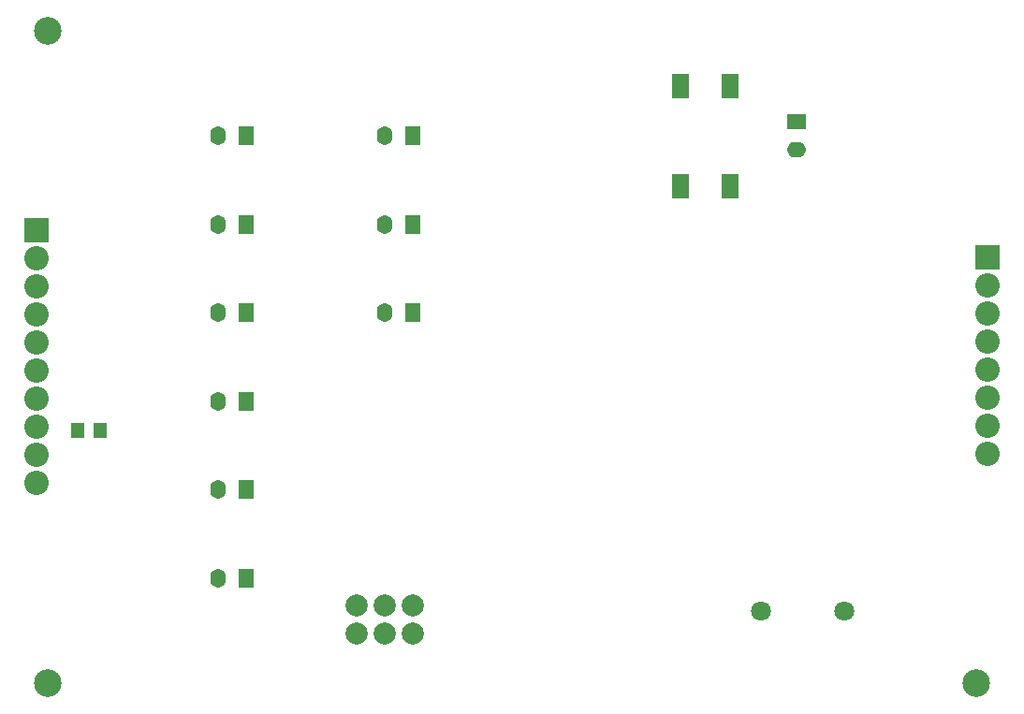
<source format=gts>
G04*
G04 #@! TF.GenerationSoftware,Altium Limited,Altium Designer,21.9.2 (33)*
G04*
G04 Layer_Color=8388736*
%FSLAX25Y25*%
%MOIN*%
G70*
G04*
G04 #@! TF.SameCoordinates,17C33EC5-3FD8-4D5E-BF76-7BF67F947422*
G04*
G04*
G04 #@! TF.FilePolarity,Negative*
G04*
G01*
G75*
%ADD14R,0.04737X0.02769*%
%ADD15R,0.06312X0.09068*%
G04:AMPARAMS|DCode=16|XSize=98.43mil|YSize=98.43mil|CornerRadius=49.21mil|HoleSize=0mil|Usage=FLASHONLY|Rotation=0.000|XOffset=0mil|YOffset=0mil|HoleType=Round|Shape=RoundedRectangle|*
%AMROUNDEDRECTD16*
21,1,0.09843,0.00000,0,0,0.0*
21,1,0.00000,0.09843,0,0,0.0*
1,1,0.09843,0.00000,0.00000*
1,1,0.09843,0.00000,0.00000*
1,1,0.09843,0.00000,0.00000*
1,1,0.09843,0.00000,0.00000*
%
%ADD16ROUNDEDRECTD16*%
%ADD17C,0.07099*%
%ADD18C,0.07887*%
%ADD19C,0.08674*%
%ADD20R,0.08674X0.08674*%
%ADD21O,0.05524X0.06706*%
%ADD22R,0.05524X0.06706*%
%ADD23O,0.06706X0.05524*%
%ADD24R,0.06706X0.05524*%
D14*
X32480Y102362D02*
D03*
Y105118D02*
D03*
X24606Y102362D02*
D03*
Y105118D02*
D03*
D15*
X256890Y226378D02*
D03*
X239173D02*
D03*
X256890Y190945D02*
D03*
X239173D02*
D03*
D16*
X13780Y246063D02*
D03*
Y13780D02*
D03*
X344488D02*
D03*
D17*
X297638Y39370D02*
D03*
X267717D02*
D03*
D18*
X123701Y41496D02*
D03*
X133701D02*
D03*
X143701D02*
D03*
X133701Y31496D02*
D03*
X123701D02*
D03*
X143701D02*
D03*
D19*
X348425Y95354D02*
D03*
Y115354D02*
D03*
Y145354D02*
D03*
Y155354D02*
D03*
Y135354D02*
D03*
Y125354D02*
D03*
Y105354D02*
D03*
X9843Y115197D02*
D03*
Y135197D02*
D03*
Y145197D02*
D03*
Y165197D02*
D03*
Y155197D02*
D03*
Y125197D02*
D03*
Y105197D02*
D03*
Y85197D02*
D03*
Y95197D02*
D03*
D20*
X348425Y165354D02*
D03*
X9843Y175197D02*
D03*
D21*
X74646Y208661D02*
D03*
X133858D02*
D03*
X74646Y177165D02*
D03*
X133858Y177165D02*
D03*
X74646Y145669D02*
D03*
X133858Y145669D02*
D03*
X74646Y114173D02*
D03*
Y82677D02*
D03*
Y51181D02*
D03*
D22*
X84646Y208661D02*
D03*
X143858D02*
D03*
X84646Y177165D02*
D03*
X143858Y177165D02*
D03*
X84646Y145669D02*
D03*
X143858Y145669D02*
D03*
X84646Y114173D02*
D03*
Y82677D02*
D03*
Y51181D02*
D03*
D23*
X280512Y203740D02*
D03*
D24*
Y213740D02*
D03*
M02*

</source>
